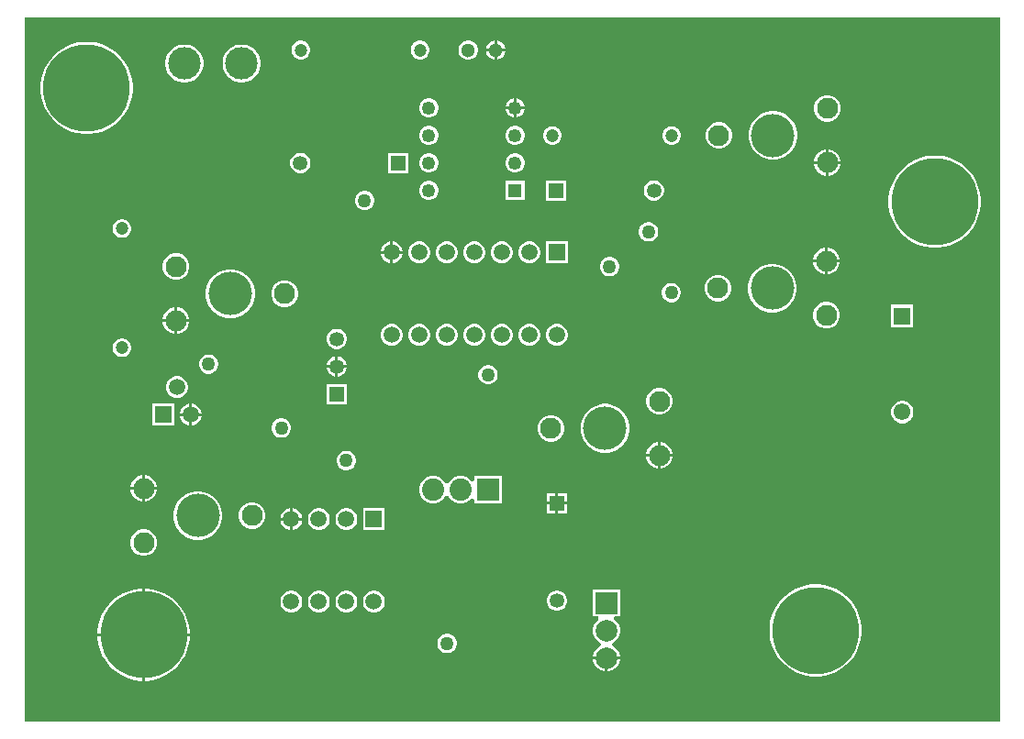
<source format=gbr>
%TF.GenerationSoftware,Altium Limited,Altium Designer,25.1.2 (22)*%
G04 Layer_Physical_Order=3*
G04 Layer_Color=16440176*
%FSLAX25Y25*%
%MOIN*%
%TF.SameCoordinates,C6B27E67-7A8A-4C38-9DB9-D7D7B609FA95*%
%TF.FilePolarity,Positive*%
%TF.FileFunction,Copper,L3,Inr,Signal*%
%TF.Part,Single*%
G01*
G75*
%TA.AperFunction,ComponentPad*%
%ADD16C,0.11811*%
%ADD17C,0.05118*%
%ADD18C,0.04724*%
%ADD19R,0.04921X0.04921*%
%ADD20C,0.04921*%
%ADD21R,0.05906X0.05906*%
%ADD22C,0.05906*%
%ADD23R,0.08071X0.08071*%
%ADD24C,0.08071*%
%ADD25C,0.05315*%
%ADD26R,0.05315X0.05315*%
%ADD27R,0.07874X0.07874*%
%ADD28C,0.07874*%
%ADD29C,0.15748*%
%ADD30C,0.07677*%
%ADD32C,0.05900*%
%ADD33R,0.05900X0.05900*%
%ADD34R,0.06102X0.06102*%
%ADD35C,0.06102*%
%ADD36R,0.05315X0.05315*%
%TA.AperFunction,ViaPad*%
%ADD37C,0.31496*%
%ADD38C,0.05000*%
G36*
X421260Y3937D02*
X66929D01*
Y259842D01*
X421260D01*
Y3937D01*
D02*
G37*
%LPC*%
G36*
X238689Y251582D02*
Y248532D01*
X241740D01*
X241506Y249405D01*
X241037Y250217D01*
X240374Y250879D01*
X239563Y251348D01*
X238689Y251582D01*
D02*
G37*
G36*
X237689D02*
X236815Y251348D01*
X236004Y250879D01*
X235341Y250217D01*
X234873Y249405D01*
X234638Y248532D01*
X237689D01*
Y251582D01*
D02*
G37*
G36*
X211073Y251394D02*
X210187D01*
X209332Y251165D01*
X208565Y250722D01*
X207940Y250096D01*
X207497Y249329D01*
X207268Y248474D01*
Y247589D01*
X207497Y246734D01*
X207940Y245967D01*
X208565Y245341D01*
X209332Y244898D01*
X210187Y244669D01*
X211073D01*
X211928Y244898D01*
X212694Y245341D01*
X213320Y245967D01*
X213763Y246734D01*
X213992Y247589D01*
Y248474D01*
X213763Y249329D01*
X213320Y250096D01*
X212694Y250722D01*
X211928Y251165D01*
X211073Y251394D01*
D02*
G37*
G36*
X167765D02*
X166880D01*
X166025Y251165D01*
X165258Y250722D01*
X164632Y250096D01*
X164190Y249329D01*
X163961Y248474D01*
Y247589D01*
X164190Y246734D01*
X164632Y245967D01*
X165258Y245341D01*
X166025Y244898D01*
X166880Y244669D01*
X167765D01*
X168621Y244898D01*
X169387Y245341D01*
X170013Y245967D01*
X170456Y246734D01*
X170685Y247589D01*
Y248474D01*
X170456Y249329D01*
X170013Y250096D01*
X169387Y250722D01*
X168621Y251165D01*
X167765Y251394D01*
D02*
G37*
G36*
X241740Y247532D02*
X238689D01*
Y244481D01*
X239563Y244715D01*
X240374Y245184D01*
X241037Y245846D01*
X241506Y246658D01*
X241740Y247532D01*
D02*
G37*
G36*
X237689D02*
X234638D01*
X234873Y246658D01*
X235341Y245846D01*
X236004Y245184D01*
X236815Y244715D01*
X237689Y244481D01*
Y247532D01*
D02*
G37*
G36*
X228658Y251590D02*
X227720D01*
X226815Y251348D01*
X226004Y250879D01*
X225341Y250217D01*
X224872Y249405D01*
X224630Y248500D01*
Y247563D01*
X224872Y246658D01*
X225341Y245846D01*
X226004Y245184D01*
X226815Y244715D01*
X227720Y244472D01*
X228658D01*
X229563Y244715D01*
X230374Y245184D01*
X231037Y245846D01*
X231505Y246658D01*
X231748Y247563D01*
Y248500D01*
X231505Y249405D01*
X231037Y250217D01*
X230374Y250879D01*
X229563Y251348D01*
X228658Y251590D01*
D02*
G37*
G36*
X146546Y250016D02*
X145186D01*
X143852Y249750D01*
X142595Y249230D01*
X141464Y248474D01*
X140502Y247512D01*
X139747Y246381D01*
X139226Y245125D01*
X138961Y243790D01*
Y242430D01*
X139226Y241096D01*
X139747Y239839D01*
X140502Y238708D01*
X141464Y237746D01*
X142595Y236991D01*
X143852Y236470D01*
X145186Y236205D01*
X146546D01*
X147880Y236470D01*
X149137Y236991D01*
X150268Y237746D01*
X151230Y238708D01*
X151986Y239839D01*
X152506Y241096D01*
X152772Y242430D01*
Y243790D01*
X152506Y245125D01*
X151986Y246381D01*
X151230Y247512D01*
X150268Y248474D01*
X149137Y249230D01*
X147880Y249750D01*
X146546Y250016D01*
D02*
G37*
G36*
X125680D02*
X124320D01*
X122986Y249750D01*
X121729Y249230D01*
X120598Y248474D01*
X119636Y247512D01*
X118880Y246381D01*
X118360Y245125D01*
X118095Y243790D01*
Y242430D01*
X118360Y241096D01*
X118880Y239839D01*
X119636Y238708D01*
X120598Y237746D01*
X121729Y236991D01*
X122986Y236470D01*
X124320Y236205D01*
X125680D01*
X127014Y236470D01*
X128271Y236991D01*
X129402Y237746D01*
X130364Y238708D01*
X131120Y239839D01*
X131640Y241096D01*
X131905Y242430D01*
Y243790D01*
X131640Y245125D01*
X131120Y246381D01*
X130364Y247512D01*
X129402Y248474D01*
X128271Y249230D01*
X127014Y249750D01*
X125680Y250016D01*
D02*
G37*
G36*
X245654Y230449D02*
Y227500D01*
X248602D01*
X248378Y228336D01*
X247923Y229125D01*
X247278Y229769D01*
X246489Y230225D01*
X245654Y230449D01*
D02*
G37*
G36*
X244654D02*
X243818Y230225D01*
X243029Y229769D01*
X242384Y229125D01*
X241929Y228336D01*
X241705Y227500D01*
X244654D01*
Y230449D01*
D02*
G37*
G36*
X248602Y226500D02*
X245654D01*
Y223551D01*
X246489Y223775D01*
X247278Y224231D01*
X247923Y224875D01*
X248378Y225664D01*
X248602Y226500D01*
D02*
G37*
G36*
X244654D02*
X241705D01*
X241929Y225664D01*
X242384Y224875D01*
X243029Y224231D01*
X243818Y223775D01*
X244654Y223551D01*
Y226500D01*
D02*
G37*
G36*
X214349Y230461D02*
X213438D01*
X212558Y230225D01*
X211769Y229769D01*
X211124Y229125D01*
X210669Y228336D01*
X210433Y227456D01*
Y226544D01*
X210669Y225664D01*
X211124Y224875D01*
X211769Y224231D01*
X212558Y223775D01*
X213438Y223539D01*
X214349D01*
X215229Y223775D01*
X216019Y224231D01*
X216663Y224875D01*
X217119Y225664D01*
X217354Y226544D01*
Y227456D01*
X217119Y228336D01*
X216663Y229125D01*
X216019Y229769D01*
X215229Y230225D01*
X214349Y230461D01*
D02*
G37*
G36*
X359216Y231681D02*
X357942D01*
X356711Y231351D01*
X355608Y230714D01*
X354707Y229814D01*
X354070Y228710D01*
X353740Y227480D01*
Y226205D01*
X354070Y224975D01*
X354707Y223872D01*
X355608Y222971D01*
X356711Y222334D01*
X357942Y222004D01*
X359216D01*
X360446Y222334D01*
X361550Y222971D01*
X362451Y223872D01*
X363088Y224975D01*
X363417Y226205D01*
Y227480D01*
X363088Y228710D01*
X362451Y229814D01*
X361550Y230714D01*
X360446Y231351D01*
X359216Y231681D01*
D02*
G37*
G36*
X90665Y251000D02*
X88469D01*
X86292Y250713D01*
X84172Y250145D01*
X82144Y249305D01*
X80242Y248207D01*
X78500Y246871D01*
X76948Y245318D01*
X75612Y243577D01*
X74514Y241675D01*
X73674Y239647D01*
X73106Y237526D01*
X72819Y235350D01*
Y233154D01*
X73106Y230978D01*
X73674Y228857D01*
X74514Y226829D01*
X75612Y224927D01*
X76948Y223185D01*
X78500Y221633D01*
X80242Y220297D01*
X82144Y219199D01*
X84172Y218359D01*
X86292Y217791D01*
X88469Y217504D01*
X90665D01*
X92841Y217791D01*
X94962Y218359D01*
X96990Y219199D01*
X98892Y220297D01*
X100633Y221633D01*
X102186Y223185D01*
X103522Y224927D01*
X104620Y226829D01*
X105460Y228857D01*
X106028Y230978D01*
X106315Y233154D01*
Y235350D01*
X106028Y237526D01*
X105460Y239647D01*
X104620Y241675D01*
X103522Y243577D01*
X102186Y245318D01*
X100633Y246871D01*
X98892Y248207D01*
X96990Y249305D01*
X94962Y250145D01*
X92841Y250713D01*
X90665Y251000D01*
D02*
G37*
G36*
X302490Y220362D02*
X301605D01*
X300749Y220133D01*
X299983Y219690D01*
X299357Y219064D01*
X298914Y218298D01*
X298685Y217443D01*
Y216557D01*
X298914Y215702D01*
X299357Y214936D01*
X299983Y214310D01*
X300749Y213867D01*
X301605Y213638D01*
X302490D01*
X303345Y213867D01*
X304112Y214310D01*
X304738Y214936D01*
X305180Y215702D01*
X305409Y216557D01*
Y217443D01*
X305180Y218298D01*
X304738Y219064D01*
X304112Y219690D01*
X303345Y220133D01*
X302490Y220362D01*
D02*
G37*
G36*
X259183D02*
X258297D01*
X257442Y220133D01*
X256676Y219690D01*
X256050Y219064D01*
X255607Y218298D01*
X255378Y217443D01*
Y216557D01*
X255607Y215702D01*
X256050Y214936D01*
X256676Y214310D01*
X257442Y213867D01*
X258297Y213638D01*
X259183D01*
X260038Y213867D01*
X260805Y214310D01*
X261431Y214936D01*
X261873Y215702D01*
X262102Y216557D01*
Y217443D01*
X261873Y218298D01*
X261431Y219064D01*
X260805Y219690D01*
X260038Y220133D01*
X259183Y220362D01*
D02*
G37*
G36*
X245609Y220461D02*
X244698D01*
X243818Y220225D01*
X243029Y219769D01*
X242384Y219125D01*
X241929Y218336D01*
X241693Y217456D01*
Y216544D01*
X241929Y215664D01*
X242384Y214875D01*
X243029Y214231D01*
X243818Y213775D01*
X244698Y213539D01*
X245609D01*
X246489Y213775D01*
X247278Y214231D01*
X247923Y214875D01*
X248378Y215664D01*
X248614Y216544D01*
Y217456D01*
X248378Y218336D01*
X247923Y219125D01*
X247278Y219769D01*
X246489Y220225D01*
X245609Y220461D01*
D02*
G37*
G36*
X214349D02*
X213438D01*
X212558Y220225D01*
X211769Y219769D01*
X211124Y219125D01*
X210669Y218336D01*
X210433Y217456D01*
Y216544D01*
X210669Y215664D01*
X211124Y214875D01*
X211769Y214231D01*
X212558Y213775D01*
X213438Y213539D01*
X214349D01*
X215229Y213775D01*
X216019Y214231D01*
X216663Y214875D01*
X217119Y215664D01*
X217354Y216544D01*
Y217456D01*
X217119Y218336D01*
X216663Y219125D01*
X216019Y219769D01*
X215229Y220225D01*
X214349Y220461D01*
D02*
G37*
G36*
X319846Y221839D02*
X318572D01*
X317341Y221509D01*
X316238Y220872D01*
X315337Y219971D01*
X314700Y218868D01*
X314370Y217637D01*
Y216363D01*
X314700Y215132D01*
X315337Y214029D01*
X316238Y213128D01*
X317341Y212491D01*
X318572Y212161D01*
X319846D01*
X321076Y212491D01*
X322180Y213128D01*
X323080Y214029D01*
X323717Y215132D01*
X324047Y216363D01*
Y217637D01*
X323717Y218868D01*
X323080Y219971D01*
X322180Y220872D01*
X321076Y221509D01*
X319846Y221839D01*
D02*
G37*
G36*
X339768Y225874D02*
X338020D01*
X336305Y225533D01*
X334690Y224864D01*
X333237Y223893D01*
X332001Y222657D01*
X331030Y221203D01*
X330361Y219588D01*
X330020Y217874D01*
Y216126D01*
X330361Y214411D01*
X331030Y212797D01*
X332001Y211343D01*
X333237Y210107D01*
X334690Y209136D01*
X336305Y208467D01*
X338020Y208126D01*
X339768D01*
X341482Y208467D01*
X343097Y209136D01*
X344551Y210107D01*
X345787Y211343D01*
X346758Y212797D01*
X347427Y214411D01*
X347768Y216126D01*
Y217874D01*
X347427Y219588D01*
X346758Y221203D01*
X345787Y222657D01*
X344551Y223893D01*
X343097Y224864D01*
X341482Y225533D01*
X339768Y225874D01*
D02*
G37*
G36*
X359216Y211996D02*
X359079D01*
Y207658D01*
X363417D01*
Y207794D01*
X363088Y209025D01*
X362451Y210128D01*
X361550Y211029D01*
X360446Y211666D01*
X359216Y211996D01*
D02*
G37*
G36*
X358079D02*
X357942D01*
X356711Y211666D01*
X355608Y211029D01*
X354707Y210128D01*
X354070Y209025D01*
X353740Y207794D01*
Y207658D01*
X358079D01*
Y211996D01*
D02*
G37*
G36*
X245609Y210461D02*
X244698D01*
X243818Y210225D01*
X243029Y209769D01*
X242384Y209125D01*
X241929Y208336D01*
X241693Y207456D01*
Y206544D01*
X241929Y205664D01*
X242384Y204875D01*
X243029Y204231D01*
X243818Y203775D01*
X244698Y203539D01*
X245609D01*
X246489Y203775D01*
X247278Y204231D01*
X247923Y204875D01*
X248378Y205664D01*
X248614Y206544D01*
Y207456D01*
X248378Y208336D01*
X247923Y209125D01*
X247278Y209769D01*
X246489Y210225D01*
X245609Y210461D01*
D02*
G37*
G36*
X214349D02*
X213438D01*
X212558Y210225D01*
X211769Y209769D01*
X211124Y209125D01*
X210669Y208336D01*
X210433Y207456D01*
Y206544D01*
X210669Y205664D01*
X211124Y204875D01*
X211769Y204231D01*
X212558Y203775D01*
X213438Y203539D01*
X214349D01*
X215229Y203775D01*
X216019Y204231D01*
X216663Y204875D01*
X217119Y205664D01*
X217354Y206544D01*
Y207456D01*
X217119Y208336D01*
X216663Y209125D01*
X216019Y209769D01*
X215229Y210225D01*
X214349Y210461D01*
D02*
G37*
G36*
X206268Y210658D02*
X198953D01*
Y203343D01*
X206268D01*
Y210658D01*
D02*
G37*
G36*
X167659D02*
X166696D01*
X165765Y210408D01*
X164931Y209927D01*
X164251Y209246D01*
X163769Y208412D01*
X163520Y207482D01*
Y206519D01*
X163769Y205588D01*
X164251Y204754D01*
X164931Y204073D01*
X165765Y203592D01*
X166696Y203343D01*
X167659D01*
X168589Y203592D01*
X169423Y204073D01*
X170104Y204754D01*
X170585Y205588D01*
X170835Y206519D01*
Y207482D01*
X170585Y208412D01*
X170104Y209246D01*
X169423Y209927D01*
X168589Y210408D01*
X167659Y210658D01*
D02*
G37*
G36*
X363417Y206658D02*
X359079D01*
Y202319D01*
X359216D01*
X360446Y202649D01*
X361550Y203286D01*
X362451Y204187D01*
X363088Y205290D01*
X363417Y206521D01*
Y206658D01*
D02*
G37*
G36*
X358079D02*
X353740D01*
Y206521D01*
X354070Y205290D01*
X354707Y204187D01*
X355608Y203286D01*
X356711Y202649D01*
X357942Y202319D01*
X358079D01*
Y206658D01*
D02*
G37*
G36*
X248614Y200461D02*
X241693D01*
Y193539D01*
X248614D01*
Y200461D01*
D02*
G37*
G36*
X214349D02*
X213438D01*
X212558Y200225D01*
X211769Y199769D01*
X211124Y199125D01*
X210669Y198336D01*
X210433Y197456D01*
Y196544D01*
X210669Y195664D01*
X211124Y194875D01*
X211769Y194231D01*
X212558Y193775D01*
X213438Y193539D01*
X214349D01*
X215229Y193775D01*
X216019Y194231D01*
X216663Y194875D01*
X217119Y195664D01*
X217354Y196544D01*
Y197456D01*
X217119Y198336D01*
X216663Y199125D01*
X216019Y199769D01*
X215229Y200225D01*
X214349Y200461D01*
D02*
G37*
G36*
X296092Y200658D02*
X295129D01*
X294198Y200408D01*
X293365Y199927D01*
X292684Y199246D01*
X292202Y198412D01*
X291953Y197482D01*
Y196519D01*
X292202Y195588D01*
X292684Y194754D01*
X293365Y194073D01*
X294198Y193592D01*
X295129Y193342D01*
X296092D01*
X297022Y193592D01*
X297856Y194073D01*
X298537Y194754D01*
X299019Y195588D01*
X299268Y196519D01*
Y197482D01*
X299019Y198412D01*
X298537Y199246D01*
X297856Y199927D01*
X297022Y200408D01*
X296092Y200658D01*
D02*
G37*
G36*
X263835D02*
X256520D01*
Y193342D01*
X263835D01*
Y200658D01*
D02*
G37*
G36*
X191012Y196807D02*
X190090D01*
X189200Y196569D01*
X188402Y196108D01*
X187750Y195456D01*
X187290Y194658D01*
X187051Y193768D01*
Y192846D01*
X187290Y191956D01*
X187750Y191158D01*
X188402Y190506D01*
X189200Y190046D01*
X190090Y189807D01*
X191012D01*
X191902Y190046D01*
X192700Y190506D01*
X193352Y191158D01*
X193813Y191956D01*
X194051Y192846D01*
Y193768D01*
X193813Y194658D01*
X193352Y195456D01*
X192700Y196108D01*
X191902Y196569D01*
X191012Y196807D01*
D02*
G37*
G36*
X102805Y186433D02*
X101920D01*
X101064Y186204D01*
X100298Y185761D01*
X99672Y185135D01*
X99229Y184369D01*
X99000Y183513D01*
Y182628D01*
X99229Y181773D01*
X99672Y181006D01*
X100298Y180380D01*
X101064Y179938D01*
X101920Y179709D01*
X102805D01*
X103660Y179938D01*
X104427Y180380D01*
X105053Y181006D01*
X105495Y181773D01*
X105724Y182628D01*
Y183513D01*
X105495Y184369D01*
X105053Y185135D01*
X104427Y185761D01*
X103660Y186204D01*
X102805Y186433D01*
D02*
G37*
G36*
X294162Y185390D02*
X293240D01*
X292350Y185151D01*
X291552Y184690D01*
X290900Y184039D01*
X290439Y183241D01*
X290201Y182351D01*
Y181429D01*
X290439Y180539D01*
X290900Y179741D01*
X291552Y179089D01*
X292350Y178628D01*
X293240Y178390D01*
X294162D01*
X295052Y178628D01*
X295850Y179089D01*
X296501Y179741D01*
X296962Y180539D01*
X297201Y181429D01*
Y182351D01*
X296962Y183241D01*
X296501Y184039D01*
X295850Y184690D01*
X295052Y185151D01*
X294162Y185390D01*
D02*
G37*
G36*
X398735Y209661D02*
X396540D01*
X394363Y209375D01*
X392243Y208807D01*
X390214Y207966D01*
X388313Y206869D01*
X386571Y205532D01*
X385019Y203980D01*
X383682Y202238D01*
X382585Y200337D01*
X381745Y198308D01*
X381176Y196188D01*
X380890Y194011D01*
Y191816D01*
X381176Y189639D01*
X381745Y187518D01*
X382585Y185490D01*
X383682Y183589D01*
X385019Y181847D01*
X386571Y180295D01*
X388313Y178958D01*
X390214Y177860D01*
X392243Y177020D01*
X394363Y176452D01*
X396540Y176165D01*
X398735D01*
X400912Y176452D01*
X403033Y177020D01*
X405061Y177860D01*
X406962Y178958D01*
X408704Y180295D01*
X410257Y181847D01*
X411593Y183589D01*
X412691Y185490D01*
X413531Y187518D01*
X414099Y189639D01*
X414386Y191816D01*
Y194011D01*
X414099Y196188D01*
X413531Y198308D01*
X412691Y200337D01*
X411593Y202238D01*
X410257Y203980D01*
X408704Y205532D01*
X406962Y206869D01*
X405061Y207966D01*
X403033Y208807D01*
X400912Y209375D01*
X398735Y209661D01*
D02*
G37*
G36*
X200914Y178453D02*
X200894D01*
Y175000D01*
X204346D01*
Y175020D01*
X204077Y176026D01*
X203557Y176927D01*
X202821Y177663D01*
X201919Y178183D01*
X200914Y178453D01*
D02*
G37*
G36*
X199894D02*
X199873D01*
X198868Y178183D01*
X197967Y177663D01*
X197231Y176927D01*
X196710Y176026D01*
X196441Y175020D01*
Y175000D01*
X199894D01*
Y178453D01*
D02*
G37*
G36*
X358905Y176098D02*
X358768D01*
Y171760D01*
X363106D01*
Y171897D01*
X362777Y173127D01*
X362140Y174231D01*
X361239Y175132D01*
X360135Y175769D01*
X358905Y176098D01*
D02*
G37*
G36*
X357768D02*
X357631D01*
X356400Y175769D01*
X355297Y175132D01*
X354396Y174231D01*
X353759Y173127D01*
X353429Y171897D01*
Y171760D01*
X357768D01*
Y176098D01*
D02*
G37*
G36*
X264347Y178453D02*
X256441D01*
Y170547D01*
X264347D01*
Y178453D01*
D02*
G37*
G36*
X250914D02*
X249873D01*
X248868Y178183D01*
X247967Y177663D01*
X247231Y176927D01*
X246710Y176026D01*
X246441Y175020D01*
Y173980D01*
X246710Y172974D01*
X247231Y172073D01*
X247967Y171337D01*
X248868Y170817D01*
X249873Y170547D01*
X250914D01*
X251919Y170817D01*
X252821Y171337D01*
X253557Y172073D01*
X254077Y172974D01*
X254346Y173980D01*
Y175020D01*
X254077Y176026D01*
X253557Y176927D01*
X252821Y177663D01*
X251919Y178183D01*
X250914Y178453D01*
D02*
G37*
G36*
X240914D02*
X239873D01*
X238868Y178183D01*
X237967Y177663D01*
X237231Y176927D01*
X236710Y176026D01*
X236441Y175020D01*
Y173980D01*
X236710Y172974D01*
X237231Y172073D01*
X237967Y171337D01*
X238868Y170817D01*
X239873Y170547D01*
X240914D01*
X241919Y170817D01*
X242821Y171337D01*
X243557Y172073D01*
X244077Y172974D01*
X244346Y173980D01*
Y175020D01*
X244077Y176026D01*
X243557Y176927D01*
X242821Y177663D01*
X241919Y178183D01*
X240914Y178453D01*
D02*
G37*
G36*
X230914D02*
X229873D01*
X228868Y178183D01*
X227967Y177663D01*
X227231Y176927D01*
X226710Y176026D01*
X226441Y175020D01*
Y173980D01*
X226710Y172974D01*
X227231Y172073D01*
X227967Y171337D01*
X228868Y170817D01*
X229873Y170547D01*
X230914D01*
X231919Y170817D01*
X232821Y171337D01*
X233557Y172073D01*
X234077Y172974D01*
X234347Y173980D01*
Y175020D01*
X234077Y176026D01*
X233557Y176927D01*
X232821Y177663D01*
X231919Y178183D01*
X230914Y178453D01*
D02*
G37*
G36*
X220914D02*
X219873D01*
X218868Y178183D01*
X217967Y177663D01*
X217231Y176927D01*
X216710Y176026D01*
X216441Y175020D01*
Y173980D01*
X216710Y172974D01*
X217231Y172073D01*
X217967Y171337D01*
X218868Y170817D01*
X219873Y170547D01*
X220914D01*
X221919Y170817D01*
X222821Y171337D01*
X223557Y172073D01*
X224077Y172974D01*
X224346Y173980D01*
Y175020D01*
X224077Y176026D01*
X223557Y176927D01*
X222821Y177663D01*
X221919Y178183D01*
X220914Y178453D01*
D02*
G37*
G36*
X210914D02*
X209873D01*
X208868Y178183D01*
X207967Y177663D01*
X207231Y176927D01*
X206710Y176026D01*
X206441Y175020D01*
Y173980D01*
X206710Y172974D01*
X207231Y172073D01*
X207967Y171337D01*
X208868Y170817D01*
X209873Y170547D01*
X210914D01*
X211919Y170817D01*
X212821Y171337D01*
X213557Y172073D01*
X214077Y172974D01*
X214347Y173980D01*
Y175020D01*
X214077Y176026D01*
X213557Y176927D01*
X212821Y177663D01*
X211919Y178183D01*
X210914Y178453D01*
D02*
G37*
G36*
X204346Y174000D02*
X200894D01*
Y170547D01*
X200914D01*
X201919Y170817D01*
X202821Y171337D01*
X203557Y172073D01*
X204077Y172974D01*
X204346Y173980D01*
Y174000D01*
D02*
G37*
G36*
X199894D02*
X196441D01*
Y173980D01*
X196710Y172974D01*
X197231Y172073D01*
X197967Y171337D01*
X198868Y170817D01*
X199873Y170547D01*
X199894D01*
Y174000D01*
D02*
G37*
G36*
X363106Y170760D02*
X358768D01*
Y166421D01*
X358905D01*
X360135Y166751D01*
X361239Y167388D01*
X362140Y168289D01*
X362777Y169392D01*
X363106Y170623D01*
Y170760D01*
D02*
G37*
G36*
X357768D02*
X353429D01*
Y170623D01*
X353759Y169392D01*
X354396Y168289D01*
X355297Y167388D01*
X356400Y166751D01*
X357631Y166421D01*
X357768D01*
Y170760D01*
D02*
G37*
G36*
X279988Y172791D02*
X279067D01*
X278177Y172553D01*
X277379Y172092D01*
X276727Y171440D01*
X276266Y170642D01*
X276028Y169752D01*
Y168831D01*
X276266Y167940D01*
X276727Y167142D01*
X277379Y166491D01*
X278177Y166030D01*
X279067Y165791D01*
X279988D01*
X280878Y166030D01*
X281677Y166491D01*
X282328Y167142D01*
X282789Y167940D01*
X283028Y168831D01*
Y169752D01*
X282789Y170642D01*
X282328Y171440D01*
X281677Y172092D01*
X280878Y172553D01*
X279988Y172791D01*
D02*
G37*
G36*
X122684Y174130D02*
X121410D01*
X120180Y173800D01*
X119076Y173163D01*
X118175Y172262D01*
X117538Y171159D01*
X117209Y169928D01*
Y168654D01*
X117538Y167424D01*
X118175Y166320D01*
X119076Y165419D01*
X120180Y164783D01*
X121410Y164453D01*
X122684D01*
X123915Y164783D01*
X125018Y165419D01*
X125919Y166320D01*
X126556Y167424D01*
X126886Y168654D01*
Y169928D01*
X126556Y171159D01*
X125919Y172262D01*
X125018Y173163D01*
X123915Y173800D01*
X122684Y174130D01*
D02*
G37*
G36*
X319535Y166256D02*
X318261D01*
X317030Y165926D01*
X315927Y165289D01*
X315026Y164388D01*
X314389Y163285D01*
X314059Y162054D01*
Y160780D01*
X314389Y159550D01*
X315026Y158446D01*
X315927Y157545D01*
X317030Y156909D01*
X318261Y156579D01*
X319535D01*
X320765Y156909D01*
X321869Y157545D01*
X322769Y158446D01*
X323407Y159550D01*
X323736Y160780D01*
Y162054D01*
X323407Y163285D01*
X322769Y164388D01*
X321869Y165289D01*
X320765Y165926D01*
X319535Y166256D01*
D02*
G37*
G36*
X302429Y163342D02*
X301508D01*
X300618Y163104D01*
X299819Y162643D01*
X299168Y161992D01*
X298707Y161194D01*
X298468Y160303D01*
Y159382D01*
X298707Y158492D01*
X299168Y157694D01*
X299819Y157042D01*
X300618Y156581D01*
X301508Y156342D01*
X302429D01*
X303320Y156581D01*
X304117Y157042D01*
X304769Y157694D01*
X305230Y158492D01*
X305469Y159382D01*
Y160303D01*
X305230Y161194D01*
X304769Y161992D01*
X304117Y162643D01*
X303320Y163104D01*
X302429Y163342D01*
D02*
G37*
G36*
X162054Y164287D02*
X160780D01*
X159550Y163958D01*
X158446Y163321D01*
X157545Y162420D01*
X156909Y161316D01*
X156579Y160086D01*
Y158812D01*
X156909Y157581D01*
X157545Y156478D01*
X158446Y155577D01*
X159550Y154940D01*
X160780Y154610D01*
X162054D01*
X163285Y154940D01*
X164388Y155577D01*
X165289Y156478D01*
X165926Y157581D01*
X166256Y158812D01*
Y160086D01*
X165926Y161316D01*
X165289Y162420D01*
X164388Y163321D01*
X163285Y163958D01*
X162054Y164287D01*
D02*
G37*
G36*
X339457Y170291D02*
X337709D01*
X335994Y169950D01*
X334379Y169281D01*
X332926Y168310D01*
X331690Y167074D01*
X330719Y165621D01*
X330050Y164006D01*
X329709Y162291D01*
Y160543D01*
X330050Y158829D01*
X330719Y157214D01*
X331690Y155761D01*
X332926Y154524D01*
X334379Y153553D01*
X335994Y152884D01*
X337709Y152543D01*
X339457D01*
X341171Y152884D01*
X342786Y153553D01*
X344239Y154524D01*
X345476Y155761D01*
X346447Y157214D01*
X347116Y158829D01*
X347457Y160543D01*
Y162291D01*
X347116Y164006D01*
X346447Y165621D01*
X345476Y167074D01*
X344239Y168310D01*
X342786Y169281D01*
X341171Y169950D01*
X339457Y170291D01*
D02*
G37*
G36*
X142606Y168323D02*
X140858D01*
X139144Y167982D01*
X137529Y167313D01*
X136075Y166342D01*
X134839Y165106D01*
X133868Y163652D01*
X133199Y162037D01*
X132858Y160323D01*
Y158575D01*
X133199Y156860D01*
X133868Y155245D01*
X134839Y153792D01*
X136075Y152556D01*
X137529Y151585D01*
X139144Y150916D01*
X140858Y150575D01*
X142606D01*
X144321Y150916D01*
X145936Y151585D01*
X147389Y152556D01*
X148625Y153792D01*
X149596Y155245D01*
X150265Y156860D01*
X150606Y158575D01*
Y160323D01*
X150265Y162037D01*
X149596Y163652D01*
X148625Y165106D01*
X147389Y166342D01*
X145936Y167313D01*
X144321Y167982D01*
X142606Y168323D01*
D02*
G37*
G36*
X122684Y154445D02*
X122547D01*
Y150106D01*
X126886D01*
Y150243D01*
X126556Y151474D01*
X125919Y152577D01*
X125018Y153478D01*
X123915Y154115D01*
X122684Y154445D01*
D02*
G37*
G36*
X121547D02*
X121410D01*
X120180Y154115D01*
X119076Y153478D01*
X118175Y152577D01*
X117538Y151474D01*
X117209Y150243D01*
Y150106D01*
X121547D01*
Y154445D01*
D02*
G37*
G36*
X389878Y155390D02*
X381776D01*
Y147287D01*
X389878D01*
Y155390D01*
D02*
G37*
G36*
X358905Y156413D02*
X357631D01*
X356400Y156084D01*
X355297Y155447D01*
X354396Y154546D01*
X353759Y153442D01*
X353429Y152212D01*
Y150938D01*
X353759Y149707D01*
X354396Y148604D01*
X355297Y147703D01*
X356400Y147066D01*
X357631Y146736D01*
X358905D01*
X360135Y147066D01*
X361239Y147703D01*
X362140Y148604D01*
X362777Y149707D01*
X363106Y150938D01*
Y152212D01*
X362777Y153442D01*
X362140Y154546D01*
X361239Y155447D01*
X360135Y156084D01*
X358905Y156413D01*
D02*
G37*
G36*
X126886Y149106D02*
X122547D01*
Y144768D01*
X122684D01*
X123915Y145097D01*
X125018Y145735D01*
X125919Y146635D01*
X126556Y147739D01*
X126886Y148969D01*
Y149106D01*
D02*
G37*
G36*
X121547D02*
X117209D01*
Y148969D01*
X117538Y147739D01*
X118175Y146635D01*
X119076Y145735D01*
X120180Y145097D01*
X121410Y144768D01*
X121547D01*
Y149106D01*
D02*
G37*
G36*
X260914Y148453D02*
X259873D01*
X258868Y148183D01*
X257967Y147663D01*
X257231Y146927D01*
X256710Y146026D01*
X256441Y145020D01*
Y143980D01*
X256710Y142974D01*
X257231Y142073D01*
X257967Y141337D01*
X258868Y140817D01*
X259873Y140547D01*
X260914D01*
X261919Y140817D01*
X262821Y141337D01*
X263557Y142073D01*
X264077Y142974D01*
X264347Y143980D01*
Y145020D01*
X264077Y146026D01*
X263557Y146927D01*
X262821Y147663D01*
X261919Y148183D01*
X260914Y148453D01*
D02*
G37*
G36*
X250914D02*
X249873D01*
X248868Y148183D01*
X247967Y147663D01*
X247231Y146927D01*
X246710Y146026D01*
X246441Y145020D01*
Y143980D01*
X246710Y142974D01*
X247231Y142073D01*
X247967Y141337D01*
X248868Y140817D01*
X249873Y140547D01*
X250914D01*
X251919Y140817D01*
X252821Y141337D01*
X253557Y142073D01*
X254077Y142974D01*
X254346Y143980D01*
Y145020D01*
X254077Y146026D01*
X253557Y146927D01*
X252821Y147663D01*
X251919Y148183D01*
X250914Y148453D01*
D02*
G37*
G36*
X240914D02*
X239873D01*
X238868Y148183D01*
X237967Y147663D01*
X237231Y146927D01*
X236710Y146026D01*
X236441Y145020D01*
Y143980D01*
X236710Y142974D01*
X237231Y142073D01*
X237967Y141337D01*
X238868Y140817D01*
X239873Y140547D01*
X240914D01*
X241919Y140817D01*
X242821Y141337D01*
X243557Y142073D01*
X244077Y142974D01*
X244346Y143980D01*
Y145020D01*
X244077Y146026D01*
X243557Y146927D01*
X242821Y147663D01*
X241919Y148183D01*
X240914Y148453D01*
D02*
G37*
G36*
X230914D02*
X229873D01*
X228868Y148183D01*
X227967Y147663D01*
X227231Y146927D01*
X226710Y146026D01*
X226441Y145020D01*
Y143980D01*
X226710Y142974D01*
X227231Y142073D01*
X227967Y141337D01*
X228868Y140817D01*
X229873Y140547D01*
X230914D01*
X231919Y140817D01*
X232821Y141337D01*
X233557Y142073D01*
X234077Y142974D01*
X234347Y143980D01*
Y145020D01*
X234077Y146026D01*
X233557Y146927D01*
X232821Y147663D01*
X231919Y148183D01*
X230914Y148453D01*
D02*
G37*
G36*
X220914D02*
X219873D01*
X218868Y148183D01*
X217967Y147663D01*
X217231Y146927D01*
X216710Y146026D01*
X216441Y145020D01*
Y143980D01*
X216710Y142974D01*
X217231Y142073D01*
X217967Y141337D01*
X218868Y140817D01*
X219873Y140547D01*
X220914D01*
X221919Y140817D01*
X222821Y141337D01*
X223557Y142073D01*
X224077Y142974D01*
X224346Y143980D01*
Y145020D01*
X224077Y146026D01*
X223557Y146927D01*
X222821Y147663D01*
X221919Y148183D01*
X220914Y148453D01*
D02*
G37*
G36*
X210914D02*
X209873D01*
X208868Y148183D01*
X207967Y147663D01*
X207231Y146927D01*
X206710Y146026D01*
X206441Y145020D01*
Y143980D01*
X206710Y142974D01*
X207231Y142073D01*
X207967Y141337D01*
X208868Y140817D01*
X209873Y140547D01*
X210914D01*
X211919Y140817D01*
X212821Y141337D01*
X213557Y142073D01*
X214077Y142974D01*
X214347Y143980D01*
Y145020D01*
X214077Y146026D01*
X213557Y146927D01*
X212821Y147663D01*
X211919Y148183D01*
X210914Y148453D01*
D02*
G37*
G36*
X200914D02*
X199873D01*
X198868Y148183D01*
X197967Y147663D01*
X197231Y146927D01*
X196710Y146026D01*
X196441Y145020D01*
Y143980D01*
X196710Y142974D01*
X197231Y142073D01*
X197967Y141337D01*
X198868Y140817D01*
X199873Y140547D01*
X200914D01*
X201919Y140817D01*
X202821Y141337D01*
X203557Y142073D01*
X204077Y142974D01*
X204346Y143980D01*
Y145020D01*
X204077Y146026D01*
X203557Y146927D01*
X202821Y147663D01*
X201919Y148183D01*
X200914Y148453D01*
D02*
G37*
G36*
X180875Y146658D02*
X179912D01*
X178982Y146408D01*
X178148Y145927D01*
X177467Y145246D01*
X176986Y144412D01*
X176736Y143482D01*
Y142518D01*
X176986Y141588D01*
X177467Y140754D01*
X178148Y140073D01*
X178982Y139592D01*
X179912Y139342D01*
X180875D01*
X181805Y139592D01*
X182640Y140073D01*
X183320Y140754D01*
X183802Y141588D01*
X184051Y142518D01*
Y143482D01*
X183802Y144412D01*
X183320Y145246D01*
X182640Y145927D01*
X181805Y146408D01*
X180875Y146658D01*
D02*
G37*
G36*
X102805Y143126D02*
X101920D01*
X101064Y142897D01*
X100298Y142454D01*
X99672Y141828D01*
X99229Y141061D01*
X99000Y140206D01*
Y139321D01*
X99229Y138466D01*
X99672Y137699D01*
X100298Y137073D01*
X101064Y136631D01*
X101920Y136402D01*
X102805D01*
X103660Y136631D01*
X104427Y137073D01*
X105053Y137699D01*
X105495Y138466D01*
X105724Y139321D01*
Y140206D01*
X105495Y141061D01*
X105053Y141828D01*
X104427Y142454D01*
X103660Y142897D01*
X102805Y143126D01*
D02*
G37*
G36*
X180894Y136653D02*
Y133500D01*
X184046D01*
X183802Y134412D01*
X183320Y135246D01*
X182640Y135927D01*
X181805Y136408D01*
X180894Y136653D01*
D02*
G37*
G36*
X179894D02*
X178982Y136408D01*
X178148Y135927D01*
X177467Y135246D01*
X176986Y134412D01*
X176741Y133500D01*
X179894D01*
Y136653D01*
D02*
G37*
G36*
X134319Y137358D02*
X133397D01*
X132507Y137120D01*
X131709Y136659D01*
X131058Y136007D01*
X130597Y135209D01*
X130358Y134319D01*
Y133397D01*
X130597Y132507D01*
X131058Y131709D01*
X131709Y131058D01*
X132507Y130597D01*
X133397Y130358D01*
X134319D01*
X135209Y130597D01*
X136007Y131058D01*
X136659Y131709D01*
X137120Y132507D01*
X137358Y133397D01*
Y134319D01*
X137120Y135209D01*
X136659Y136007D01*
X136007Y136659D01*
X135209Y137120D01*
X134319Y137358D01*
D02*
G37*
G36*
X184046Y132500D02*
X180894D01*
Y129348D01*
X181805Y129592D01*
X182640Y130073D01*
X183320Y130754D01*
X183802Y131588D01*
X184046Y132500D01*
D02*
G37*
G36*
X179894D02*
X176741D01*
X176986Y131588D01*
X177467Y130754D01*
X178148Y130073D01*
X178982Y129592D01*
X179894Y129348D01*
Y132500D01*
D02*
G37*
G36*
X235855Y133500D02*
X234933D01*
X234043Y133262D01*
X233245Y132801D01*
X232593Y132149D01*
X232132Y131351D01*
X231894Y130461D01*
Y129539D01*
X232132Y128649D01*
X232593Y127851D01*
X233245Y127199D01*
X234043Y126739D01*
X234933Y126500D01*
X235855D01*
X236745Y126739D01*
X237543Y127199D01*
X238194Y127851D01*
X238655Y128649D01*
X238894Y129539D01*
Y130461D01*
X238655Y131351D01*
X238194Y132149D01*
X237543Y132801D01*
X236745Y133262D01*
X235855Y133500D01*
D02*
G37*
G36*
X122914Y129450D02*
X121874D01*
X120869Y129181D01*
X119968Y128661D01*
X119233Y127925D01*
X118713Y127025D01*
X118444Y126020D01*
Y124980D01*
X118713Y123975D01*
X119233Y123075D01*
X119968Y122339D01*
X120869Y121819D01*
X121874Y121550D01*
X122914D01*
X123918Y121819D01*
X124819Y122339D01*
X125555Y123075D01*
X126075Y123975D01*
X126344Y124980D01*
Y126020D01*
X126075Y127025D01*
X125555Y127925D01*
X124819Y128661D01*
X123918Y129181D01*
X122914Y129450D01*
D02*
G37*
G36*
X184051Y126657D02*
X176736D01*
Y119343D01*
X184051D01*
Y126657D01*
D02*
G37*
G36*
X127914Y119450D02*
X127894D01*
Y116000D01*
X131344D01*
Y116020D01*
X131075Y117025D01*
X130554Y117925D01*
X129819Y118661D01*
X128918Y119181D01*
X127914Y119450D01*
D02*
G37*
G36*
X126894D02*
X126874D01*
X125869Y119181D01*
X124968Y118661D01*
X124233Y117925D01*
X123713Y117025D01*
X123444Y116020D01*
Y116000D01*
X126894D01*
Y119450D01*
D02*
G37*
G36*
X298216Y125181D02*
X296942D01*
X295711Y124851D01*
X294608Y124214D01*
X293707Y123313D01*
X293070Y122210D01*
X292740Y120979D01*
Y119705D01*
X293070Y118475D01*
X293707Y117372D01*
X294608Y116471D01*
X295711Y115834D01*
X296942Y115504D01*
X298216D01*
X299446Y115834D01*
X300550Y116471D01*
X301451Y117372D01*
X302088Y118475D01*
X302417Y119705D01*
Y120979D01*
X302088Y122210D01*
X301451Y123313D01*
X300550Y124214D01*
X299446Y124851D01*
X298216Y125181D01*
D02*
G37*
G36*
X386360Y120429D02*
X385293D01*
X384263Y120153D01*
X383339Y119620D01*
X382585Y118865D01*
X382052Y117942D01*
X381776Y116911D01*
Y115845D01*
X382052Y114814D01*
X382585Y113891D01*
X383339Y113136D01*
X384263Y112603D01*
X385293Y112327D01*
X386360D01*
X387390Y112603D01*
X388314Y113136D01*
X389069Y113891D01*
X389602Y114814D01*
X389878Y115845D01*
Y116911D01*
X389602Y117942D01*
X389069Y118865D01*
X388314Y119620D01*
X387390Y120153D01*
X386360Y120429D01*
D02*
G37*
G36*
X131344Y115000D02*
X127894D01*
Y111550D01*
X127914D01*
X128918Y111819D01*
X129819Y112339D01*
X130554Y113075D01*
X131075Y113975D01*
X131344Y114980D01*
Y115000D01*
D02*
G37*
G36*
X126894D02*
X123444D01*
Y114980D01*
X123713Y113975D01*
X124233Y113075D01*
X124968Y112339D01*
X125869Y111819D01*
X126874Y111550D01*
X126894D01*
Y115000D01*
D02*
G37*
G36*
X121344Y119450D02*
X113444D01*
Y111550D01*
X121344D01*
Y119450D01*
D02*
G37*
G36*
X160697Y114130D02*
X159775D01*
X158885Y113891D01*
X158087Y113431D01*
X157436Y112779D01*
X156975Y111981D01*
X156736Y111091D01*
Y110169D01*
X156975Y109279D01*
X157436Y108481D01*
X158087Y107829D01*
X158885Y107368D01*
X159775Y107130D01*
X160697D01*
X161587Y107368D01*
X162385Y107829D01*
X163037Y108481D01*
X163498Y109279D01*
X163736Y110169D01*
Y111091D01*
X163498Y111981D01*
X163037Y112779D01*
X162385Y113431D01*
X161587Y113891D01*
X160697Y114130D01*
D02*
G37*
G36*
X258846Y115339D02*
X257572D01*
X256341Y115009D01*
X255238Y114372D01*
X254337Y113471D01*
X253700Y112368D01*
X253370Y111137D01*
Y109863D01*
X253700Y108632D01*
X254337Y107529D01*
X255238Y106628D01*
X256341Y105991D01*
X257572Y105661D01*
X258846D01*
X260076Y105991D01*
X261180Y106628D01*
X262081Y107529D01*
X262718Y108632D01*
X263047Y109863D01*
Y111137D01*
X262718Y112368D01*
X262081Y113471D01*
X261180Y114372D01*
X260076Y115009D01*
X258846Y115339D01*
D02*
G37*
G36*
X278768Y119374D02*
X277020D01*
X275305Y119033D01*
X273690Y118364D01*
X272237Y117393D01*
X271001Y116157D01*
X270030Y114703D01*
X269361Y113088D01*
X269020Y111374D01*
Y109626D01*
X269361Y107912D01*
X270030Y106297D01*
X271001Y104843D01*
X272237Y103607D01*
X273690Y102636D01*
X275305Y101967D01*
X277020Y101626D01*
X278768D01*
X280482Y101967D01*
X282097Y102636D01*
X283551Y103607D01*
X284787Y104843D01*
X285758Y106297D01*
X286427Y107912D01*
X286768Y109626D01*
Y111374D01*
X286427Y113088D01*
X285758Y114703D01*
X284787Y116157D01*
X283551Y117393D01*
X282097Y118364D01*
X280482Y119033D01*
X278768Y119374D01*
D02*
G37*
G36*
X298216Y105496D02*
X298079D01*
Y101157D01*
X302417D01*
Y101295D01*
X302088Y102525D01*
X301451Y103628D01*
X300550Y104529D01*
X299446Y105166D01*
X298216Y105496D01*
D02*
G37*
G36*
X297079D02*
X296942D01*
X295711Y105166D01*
X294608Y104529D01*
X293707Y103628D01*
X293070Y102525D01*
X292740Y101295D01*
Y101157D01*
X297079D01*
Y105496D01*
D02*
G37*
G36*
X302417Y100157D02*
X298079D01*
Y95819D01*
X298216D01*
X299446Y96149D01*
X300550Y96786D01*
X301451Y97686D01*
X302088Y98790D01*
X302417Y100021D01*
Y100157D01*
D02*
G37*
G36*
X297079D02*
X292740D01*
Y100021D01*
X293070Y98790D01*
X293707Y97686D01*
X294608Y96786D01*
X295711Y96149D01*
X296942Y95819D01*
X297079D01*
Y100157D01*
D02*
G37*
G36*
X184319Y102319D02*
X183397D01*
X182507Y102080D01*
X181709Y101620D01*
X181058Y100968D01*
X180597Y100170D01*
X180358Y99280D01*
Y98358D01*
X180597Y97468D01*
X181058Y96670D01*
X181709Y96018D01*
X182507Y95557D01*
X183397Y95319D01*
X184319D01*
X185209Y95557D01*
X186007Y96018D01*
X186659Y96670D01*
X187120Y97468D01*
X187358Y98358D01*
Y99280D01*
X187120Y100170D01*
X186659Y100968D01*
X186007Y101620D01*
X185209Y102080D01*
X184319Y102319D01*
D02*
G37*
G36*
X240429Y93161D02*
X230358D01*
Y91598D01*
X229648Y91309D01*
X229358Y91283D01*
X228485Y92155D01*
X227337Y92818D01*
X226057Y93161D01*
X224731D01*
X223450Y92818D01*
X222302Y92155D01*
X221364Y91218D01*
X220959Y90516D01*
X219828D01*
X219423Y91218D01*
X218485Y92155D01*
X217337Y92818D01*
X216057Y93161D01*
X214731D01*
X213450Y92818D01*
X212302Y92155D01*
X211364Y91218D01*
X210701Y90070D01*
X210358Y88789D01*
Y87463D01*
X210701Y86182D01*
X211364Y85034D01*
X212302Y84097D01*
X213450Y83434D01*
X214731Y83091D01*
X216057D01*
X217337Y83434D01*
X218485Y84097D01*
X219423Y85034D01*
X219828Y85736D01*
X220959D01*
X221364Y85034D01*
X222302Y84097D01*
X223450Y83434D01*
X224731Y83091D01*
X226057D01*
X227337Y83434D01*
X228485Y84097D01*
X229358Y84969D01*
X229648Y84943D01*
X230358Y84654D01*
Y83091D01*
X240429D01*
Y93161D01*
D02*
G37*
G36*
X110873Y93421D02*
X110736D01*
Y89083D01*
X115075D01*
Y89220D01*
X114745Y90450D01*
X114108Y91554D01*
X113207Y92454D01*
X112104Y93091D01*
X110873Y93421D01*
D02*
G37*
G36*
X109736D02*
X109599D01*
X108369Y93091D01*
X107265Y92454D01*
X106364Y91554D01*
X105727Y90450D01*
X105398Y89220D01*
Y89083D01*
X109736D01*
Y93421D01*
D02*
G37*
G36*
X115075Y88083D02*
X110736D01*
Y83744D01*
X110873D01*
X112104Y84074D01*
X113207Y84711D01*
X114108Y85612D01*
X114745Y86715D01*
X115075Y87946D01*
Y88083D01*
D02*
G37*
G36*
X109736D02*
X105398D01*
Y87946D01*
X105727Y86715D01*
X106364Y85612D01*
X107265Y84711D01*
X108369Y84074D01*
X109599Y83744D01*
X109736D01*
Y88083D01*
D02*
G37*
G36*
X264051Y86874D02*
X260894D01*
Y83716D01*
X264051D01*
Y86874D01*
D02*
G37*
G36*
X259894D02*
X256736D01*
Y83716D01*
X259894D01*
Y86874D01*
D02*
G37*
G36*
X264051Y82717D02*
X260894D01*
Y79559D01*
X264051D01*
Y82717D01*
D02*
G37*
G36*
X259894D02*
X256736D01*
Y79559D01*
X259894D01*
Y82717D01*
D02*
G37*
G36*
X164414Y81453D02*
X164394D01*
Y78000D01*
X167847D01*
Y78020D01*
X167577Y79026D01*
X167057Y79927D01*
X166321Y80663D01*
X165419Y81183D01*
X164414Y81453D01*
D02*
G37*
G36*
X163394D02*
X163373D01*
X162368Y81183D01*
X161467Y80663D01*
X160731Y79927D01*
X160210Y79026D01*
X159941Y78020D01*
Y78000D01*
X163394D01*
Y81453D01*
D02*
G37*
G36*
X150243Y83579D02*
X148969D01*
X147739Y83249D01*
X146635Y82612D01*
X145735Y81711D01*
X145097Y80608D01*
X144768Y79377D01*
Y78103D01*
X145097Y76872D01*
X145735Y75769D01*
X146635Y74868D01*
X147739Y74231D01*
X148969Y73902D01*
X150243D01*
X151474Y74231D01*
X152577Y74868D01*
X153478Y75769D01*
X154115Y76872D01*
X154445Y78103D01*
Y79377D01*
X154115Y80608D01*
X153478Y81711D01*
X152577Y82612D01*
X151474Y83249D01*
X150243Y83579D01*
D02*
G37*
G36*
X197846Y81453D02*
X189941D01*
Y73547D01*
X197846D01*
Y81453D01*
D02*
G37*
G36*
X184414D02*
X183373D01*
X182368Y81183D01*
X181467Y80663D01*
X180731Y79927D01*
X180210Y79026D01*
X179941Y78020D01*
Y76980D01*
X180210Y75974D01*
X180731Y75073D01*
X181467Y74337D01*
X182368Y73817D01*
X183373Y73547D01*
X184414D01*
X185419Y73817D01*
X186321Y74337D01*
X187057Y75073D01*
X187577Y75974D01*
X187847Y76980D01*
Y78020D01*
X187577Y79026D01*
X187057Y79927D01*
X186321Y80663D01*
X185419Y81183D01*
X184414Y81453D01*
D02*
G37*
G36*
X174414D02*
X173373D01*
X172368Y81183D01*
X171467Y80663D01*
X170731Y79927D01*
X170210Y79026D01*
X169941Y78020D01*
Y76980D01*
X170210Y75974D01*
X170731Y75073D01*
X171467Y74337D01*
X172368Y73817D01*
X173373Y73547D01*
X174414D01*
X175419Y73817D01*
X176321Y74337D01*
X177057Y75073D01*
X177577Y75974D01*
X177847Y76980D01*
Y78020D01*
X177577Y79026D01*
X177057Y79927D01*
X176321Y80663D01*
X175419Y81183D01*
X174414Y81453D01*
D02*
G37*
G36*
X167847Y77000D02*
X164394D01*
Y73547D01*
X164414D01*
X165419Y73817D01*
X166321Y74337D01*
X167057Y75073D01*
X167577Y75974D01*
X167847Y76980D01*
Y77000D01*
D02*
G37*
G36*
X163394D02*
X159941D01*
Y76980D01*
X160210Y75974D01*
X160731Y75073D01*
X161467Y74337D01*
X162368Y73817D01*
X163373Y73547D01*
X163394D01*
Y77000D01*
D02*
G37*
G36*
X130795Y87614D02*
X129047D01*
X127333Y87273D01*
X125718Y86604D01*
X124264Y85633D01*
X123028Y84397D01*
X122057Y82944D01*
X121388Y81329D01*
X121047Y79614D01*
Y77866D01*
X121388Y76152D01*
X122057Y74537D01*
X123028Y73083D01*
X124264Y71847D01*
X125718Y70876D01*
X127333Y70207D01*
X129047Y69866D01*
X130795D01*
X132510Y70207D01*
X134125Y70876D01*
X135578Y71847D01*
X136814Y73083D01*
X137785Y74537D01*
X138454Y76152D01*
X138795Y77866D01*
Y79614D01*
X138454Y81329D01*
X137785Y82944D01*
X136814Y84397D01*
X135578Y85633D01*
X134125Y86604D01*
X132510Y87273D01*
X130795Y87614D01*
D02*
G37*
G36*
X110873Y73736D02*
X109599D01*
X108369Y73406D01*
X107265Y72769D01*
X106364Y71869D01*
X105727Y70765D01*
X105398Y69535D01*
Y68261D01*
X105727Y67030D01*
X106364Y65927D01*
X107265Y65026D01*
X108369Y64389D01*
X109599Y64059D01*
X110873D01*
X112104Y64389D01*
X113207Y65026D01*
X114108Y65927D01*
X114745Y67030D01*
X115075Y68261D01*
Y69535D01*
X114745Y70765D01*
X114108Y71869D01*
X113207Y72769D01*
X112104Y73406D01*
X110873Y73736D01*
D02*
G37*
G36*
X260875Y51441D02*
X259912D01*
X258982Y51192D01*
X258148Y50710D01*
X257467Y50029D01*
X256985Y49195D01*
X256736Y48265D01*
Y47302D01*
X256985Y46372D01*
X257467Y45538D01*
X258148Y44857D01*
X258982Y44375D01*
X259912Y44126D01*
X260875D01*
X261805Y44375D01*
X262639Y44857D01*
X263320Y45538D01*
X263802Y46372D01*
X264051Y47302D01*
Y48265D01*
X263802Y49195D01*
X263320Y50029D01*
X262639Y50710D01*
X261805Y51192D01*
X260875Y51441D01*
D02*
G37*
G36*
X194414Y51453D02*
X193373D01*
X192368Y51183D01*
X191467Y50663D01*
X190731Y49927D01*
X190210Y49026D01*
X189941Y48020D01*
Y46980D01*
X190210Y45974D01*
X190731Y45073D01*
X191467Y44337D01*
X192368Y43817D01*
X193373Y43547D01*
X194414D01*
X195419Y43817D01*
X196321Y44337D01*
X197057Y45073D01*
X197577Y45974D01*
X197846Y46980D01*
Y48020D01*
X197577Y49026D01*
X197057Y49927D01*
X196321Y50663D01*
X195419Y51183D01*
X194414Y51453D01*
D02*
G37*
G36*
X184414D02*
X183373D01*
X182368Y51183D01*
X181467Y50663D01*
X180731Y49927D01*
X180210Y49026D01*
X179941Y48020D01*
Y46980D01*
X180210Y45974D01*
X180731Y45073D01*
X181467Y44337D01*
X182368Y43817D01*
X183373Y43547D01*
X184414D01*
X185419Y43817D01*
X186321Y44337D01*
X187057Y45073D01*
X187577Y45974D01*
X187847Y46980D01*
Y48020D01*
X187577Y49026D01*
X187057Y49927D01*
X186321Y50663D01*
X185419Y51183D01*
X184414Y51453D01*
D02*
G37*
G36*
X174414D02*
X173373D01*
X172368Y51183D01*
X171467Y50663D01*
X170731Y49927D01*
X170210Y49026D01*
X169941Y48020D01*
Y46980D01*
X170210Y45974D01*
X170731Y45073D01*
X171467Y44337D01*
X172368Y43817D01*
X173373Y43547D01*
X174414D01*
X175419Y43817D01*
X176321Y44337D01*
X177057Y45073D01*
X177577Y45974D01*
X177847Y46980D01*
Y48020D01*
X177577Y49026D01*
X177057Y49927D01*
X176321Y50663D01*
X175419Y51183D01*
X174414Y51453D01*
D02*
G37*
G36*
X164414D02*
X163373D01*
X162368Y51183D01*
X161467Y50663D01*
X160731Y49927D01*
X160210Y49026D01*
X159941Y48020D01*
Y46980D01*
X160210Y45974D01*
X160731Y45073D01*
X161467Y44337D01*
X162368Y43817D01*
X163373Y43547D01*
X164414D01*
X165419Y43817D01*
X166321Y44337D01*
X167057Y45073D01*
X167577Y45974D01*
X167847Y46980D01*
Y48020D01*
X167577Y49026D01*
X167057Y49927D01*
X166321Y50663D01*
X165419Y51183D01*
X164414Y51453D01*
D02*
G37*
G36*
X111334Y52181D02*
X110736D01*
Y35933D01*
X126984D01*
Y36531D01*
X126698Y38708D01*
X126129Y40828D01*
X125289Y42856D01*
X124192Y44758D01*
X122855Y46499D01*
X121303Y48052D01*
X119561Y49388D01*
X117660Y50486D01*
X115631Y51326D01*
X113511Y51894D01*
X111334Y52181D01*
D02*
G37*
G36*
X109736D02*
X109139D01*
X106962Y51894D01*
X104841Y51326D01*
X102813Y50486D01*
X100911Y49388D01*
X99170Y48052D01*
X97617Y46499D01*
X96281Y44758D01*
X95183Y42856D01*
X94343Y40828D01*
X93775Y38708D01*
X93488Y36531D01*
Y35933D01*
X109736D01*
Y52181D01*
D02*
G37*
G36*
X220933Y35783D02*
X220012D01*
X219122Y35545D01*
X218323Y35084D01*
X217672Y34433D01*
X217211Y33634D01*
X216972Y32744D01*
Y31823D01*
X217211Y30933D01*
X217672Y30134D01*
X218323Y29483D01*
X219122Y29022D01*
X220012Y28784D01*
X220933D01*
X221823Y29022D01*
X222621Y29483D01*
X223273Y30134D01*
X223734Y30933D01*
X223972Y31823D01*
Y32744D01*
X223734Y33634D01*
X223273Y34433D01*
X222621Y35084D01*
X221823Y35545D01*
X220933Y35783D01*
D02*
G37*
G36*
X283331Y51937D02*
X273457D01*
Y42063D01*
X275289D01*
X275557Y41063D01*
X275362Y40951D01*
X274443Y40031D01*
X273793Y38906D01*
X273457Y37650D01*
Y36350D01*
X273793Y35094D01*
X274443Y33969D01*
X275362Y33049D01*
X276216Y32556D01*
X276301Y32260D01*
Y31740D01*
X276216Y31444D01*
X275362Y30951D01*
X274443Y30031D01*
X273793Y28906D01*
X273457Y27650D01*
Y27500D01*
X283331D01*
Y27650D01*
X282994Y28906D01*
X282344Y30031D01*
X281425Y30951D01*
X280571Y31444D01*
X280487Y31740D01*
Y32260D01*
X280571Y32556D01*
X281425Y33049D01*
X282344Y33969D01*
X282994Y35094D01*
X283331Y36350D01*
Y37650D01*
X282994Y38906D01*
X282344Y40031D01*
X281425Y40951D01*
X281230Y41063D01*
X281498Y42063D01*
X283331D01*
Y51937D01*
D02*
G37*
G36*
Y26500D02*
X278894D01*
Y22063D01*
X279044D01*
X280299Y22399D01*
X281425Y23049D01*
X282344Y23969D01*
X282994Y25094D01*
X283331Y26350D01*
Y26500D01*
D02*
G37*
G36*
X277894D02*
X273457D01*
Y26350D01*
X273793Y25094D01*
X274443Y23969D01*
X275362Y23049D01*
X276488Y22399D01*
X277744Y22063D01*
X277894D01*
Y26500D01*
D02*
G37*
G36*
X355428Y53748D02*
X353233D01*
X351056Y53461D01*
X348936Y52893D01*
X346907Y52053D01*
X345006Y50955D01*
X343264Y49619D01*
X341712Y48066D01*
X340375Y46325D01*
X339278Y44423D01*
X338438Y42395D01*
X337869Y40274D01*
X337583Y38098D01*
Y35902D01*
X337869Y33726D01*
X338438Y31605D01*
X339278Y29577D01*
X340375Y27675D01*
X341712Y25934D01*
X343264Y24381D01*
X345006Y23045D01*
X346907Y21947D01*
X348936Y21107D01*
X351056Y20538D01*
X353233Y20252D01*
X355428D01*
X357605Y20538D01*
X359726Y21107D01*
X361754Y21947D01*
X363655Y23045D01*
X365397Y24381D01*
X366950Y25934D01*
X368286Y27675D01*
X369384Y29577D01*
X370224Y31605D01*
X370792Y33726D01*
X371079Y35902D01*
Y38098D01*
X370792Y40274D01*
X370224Y42395D01*
X369384Y44423D01*
X368286Y46325D01*
X366950Y48066D01*
X365397Y49619D01*
X363655Y50955D01*
X361754Y52053D01*
X359726Y52893D01*
X357605Y53461D01*
X355428Y53748D01*
D02*
G37*
G36*
X126984Y34933D02*
X110736D01*
Y18685D01*
X111334D01*
X113511Y18972D01*
X115631Y19540D01*
X117660Y20380D01*
X119561Y21478D01*
X121303Y22814D01*
X122855Y24367D01*
X124192Y26108D01*
X125289Y28010D01*
X126129Y30038D01*
X126698Y32159D01*
X126984Y34335D01*
Y34933D01*
D02*
G37*
G36*
X109736D02*
X93488D01*
Y34335D01*
X93775Y32159D01*
X94343Y30038D01*
X95183Y28010D01*
X96281Y26108D01*
X97617Y24367D01*
X99170Y22814D01*
X100911Y21478D01*
X102813Y20380D01*
X104841Y19540D01*
X106962Y18972D01*
X109139Y18685D01*
X109736D01*
Y34933D01*
D02*
G37*
%LPD*%
D16*
X125000Y243110D02*
D03*
X145866D02*
D03*
D17*
X238189Y248031D02*
D03*
X228189D02*
D03*
D18*
X167323D02*
D03*
X210630D02*
D03*
X102362Y183071D02*
D03*
Y139764D02*
D03*
X258740Y217000D02*
D03*
X302047D02*
D03*
D19*
X245153Y197000D02*
D03*
D20*
Y207000D02*
D03*
Y217000D02*
D03*
Y227000D02*
D03*
X213894D02*
D03*
Y217000D02*
D03*
Y207000D02*
D03*
Y197000D02*
D03*
D21*
X260394Y174500D02*
D03*
X193894Y77500D02*
D03*
D22*
X250394Y174500D02*
D03*
X240394D02*
D03*
X230394D02*
D03*
X220394D02*
D03*
X210394D02*
D03*
X200394D02*
D03*
X260394Y144500D02*
D03*
X250394D02*
D03*
X240394D02*
D03*
X230394D02*
D03*
X220394D02*
D03*
X210394D02*
D03*
X200394D02*
D03*
X163894Y47500D02*
D03*
X173894D02*
D03*
X183894D02*
D03*
X193894D02*
D03*
X163894Y77500D02*
D03*
X173894D02*
D03*
X183894D02*
D03*
D23*
X235394Y88126D02*
D03*
D24*
X225394D02*
D03*
X215394D02*
D03*
D25*
X260394Y47783D02*
D03*
X180394Y143000D02*
D03*
Y133000D02*
D03*
X295610Y197000D02*
D03*
X167177Y207000D02*
D03*
D26*
X260394Y83217D02*
D03*
X180394Y123000D02*
D03*
D27*
X278394Y47000D02*
D03*
D28*
Y37000D02*
D03*
Y27000D02*
D03*
D29*
X141732Y159449D02*
D03*
X129921Y78740D02*
D03*
X277894Y110500D02*
D03*
X338583Y161417D02*
D03*
X338894Y217000D02*
D03*
D30*
X122047Y149606D02*
D03*
X161417Y159449D02*
D03*
X122047Y169291D02*
D03*
X110236Y68898D02*
D03*
X149606Y78740D02*
D03*
X110236Y88583D02*
D03*
X297579Y100657D02*
D03*
X258209Y110500D02*
D03*
X297579Y120343D02*
D03*
X358268Y171260D02*
D03*
X318898Y161417D02*
D03*
X358268Y151575D02*
D03*
X358579Y226842D02*
D03*
X319209Y217000D02*
D03*
X358579Y207157D02*
D03*
D32*
X127394Y115500D02*
D03*
X122394Y125500D02*
D03*
D33*
X117394Y115500D02*
D03*
D34*
X385827Y151339D02*
D03*
D35*
Y116378D02*
D03*
D36*
X260177Y197000D02*
D03*
X202610Y207000D02*
D03*
D37*
X89567Y234252D02*
D03*
X354331Y37000D02*
D03*
X110236Y35433D02*
D03*
X397638Y192913D02*
D03*
D38*
X133858Y133858D02*
D03*
X293701Y181890D02*
D03*
X190551Y193307D02*
D03*
X183858Y98819D02*
D03*
X160236Y110630D02*
D03*
X301969Y159843D02*
D03*
X235394Y130000D02*
D03*
X279528Y169291D02*
D03*
X220472Y32283D02*
D03*
%TF.MD5,780567b39b15c7cc15f9ac8dc4f1a7c2*%
M02*

</source>
